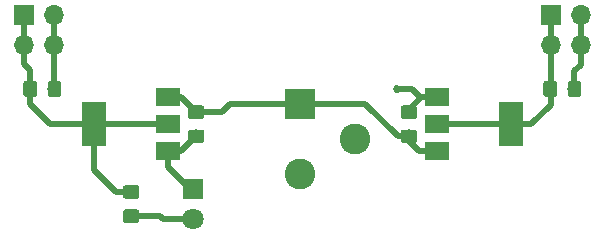
<source format=gbr>
G04 #@! TF.GenerationSoftware,KiCad,Pcbnew,(5.1.2)-2*
G04 #@! TF.CreationDate,2019-09-13T01:35:51-05:00*
G04 #@! TF.ProjectId,breadboard_power,62726561-6462-46f6-9172-645f706f7765,rev?*
G04 #@! TF.SameCoordinates,Original*
G04 #@! TF.FileFunction,Copper,L1,Top*
G04 #@! TF.FilePolarity,Positive*
%FSLAX46Y46*%
G04 Gerber Fmt 4.6, Leading zero omitted, Abs format (unit mm)*
G04 Created by KiCad (PCBNEW (5.1.2)-2) date 2019-09-13 01:35:51*
%MOMM*%
%LPD*%
G04 APERTURE LIST*
%ADD10C,0.100000*%
%ADD11C,1.150000*%
%ADD12R,1.800000X1.800000*%
%ADD13C,1.800000*%
%ADD14R,2.600000X2.600000*%
%ADD15C,2.600000*%
%ADD16O,1.700000X1.700000*%
%ADD17R,1.700000X1.700000*%
%ADD18R,2.000000X1.500000*%
%ADD19R,2.000000X3.800000*%
%ADD20C,0.685800*%
%ADD21C,0.508000*%
G04 APERTURE END LIST*
D10*
G36*
X44474505Y-33651204D02*
G01*
X44498773Y-33654804D01*
X44522572Y-33660765D01*
X44545671Y-33669030D01*
X44567850Y-33679520D01*
X44588893Y-33692132D01*
X44608599Y-33706747D01*
X44626777Y-33723223D01*
X44643253Y-33741401D01*
X44657868Y-33761107D01*
X44670480Y-33782150D01*
X44680970Y-33804329D01*
X44689235Y-33827428D01*
X44695196Y-33851227D01*
X44698796Y-33875495D01*
X44700000Y-33899999D01*
X44700000Y-34550001D01*
X44698796Y-34574505D01*
X44695196Y-34598773D01*
X44689235Y-34622572D01*
X44680970Y-34645671D01*
X44670480Y-34667850D01*
X44657868Y-34688893D01*
X44643253Y-34708599D01*
X44626777Y-34726777D01*
X44608599Y-34743253D01*
X44588893Y-34757868D01*
X44567850Y-34770480D01*
X44545671Y-34780970D01*
X44522572Y-34789235D01*
X44498773Y-34795196D01*
X44474505Y-34798796D01*
X44450001Y-34800000D01*
X43549999Y-34800000D01*
X43525495Y-34798796D01*
X43501227Y-34795196D01*
X43477428Y-34789235D01*
X43454329Y-34780970D01*
X43432150Y-34770480D01*
X43411107Y-34757868D01*
X43391401Y-34743253D01*
X43373223Y-34726777D01*
X43356747Y-34708599D01*
X43342132Y-34688893D01*
X43329520Y-34667850D01*
X43319030Y-34645671D01*
X43310765Y-34622572D01*
X43304804Y-34598773D01*
X43301204Y-34574505D01*
X43300000Y-34550001D01*
X43300000Y-33899999D01*
X43301204Y-33875495D01*
X43304804Y-33851227D01*
X43310765Y-33827428D01*
X43319030Y-33804329D01*
X43329520Y-33782150D01*
X43342132Y-33761107D01*
X43356747Y-33741401D01*
X43373223Y-33723223D01*
X43391401Y-33706747D01*
X43411107Y-33692132D01*
X43432150Y-33679520D01*
X43454329Y-33669030D01*
X43477428Y-33660765D01*
X43501227Y-33654804D01*
X43525495Y-33651204D01*
X43549999Y-33650000D01*
X44450001Y-33650000D01*
X44474505Y-33651204D01*
X44474505Y-33651204D01*
G37*
D11*
X44000000Y-34225000D03*
D10*
G36*
X44474505Y-35701204D02*
G01*
X44498773Y-35704804D01*
X44522572Y-35710765D01*
X44545671Y-35719030D01*
X44567850Y-35729520D01*
X44588893Y-35742132D01*
X44608599Y-35756747D01*
X44626777Y-35773223D01*
X44643253Y-35791401D01*
X44657868Y-35811107D01*
X44670480Y-35832150D01*
X44680970Y-35854329D01*
X44689235Y-35877428D01*
X44695196Y-35901227D01*
X44698796Y-35925495D01*
X44700000Y-35949999D01*
X44700000Y-36600001D01*
X44698796Y-36624505D01*
X44695196Y-36648773D01*
X44689235Y-36672572D01*
X44680970Y-36695671D01*
X44670480Y-36717850D01*
X44657868Y-36738893D01*
X44643253Y-36758599D01*
X44626777Y-36776777D01*
X44608599Y-36793253D01*
X44588893Y-36807868D01*
X44567850Y-36820480D01*
X44545671Y-36830970D01*
X44522572Y-36839235D01*
X44498773Y-36845196D01*
X44474505Y-36848796D01*
X44450001Y-36850000D01*
X43549999Y-36850000D01*
X43525495Y-36848796D01*
X43501227Y-36845196D01*
X43477428Y-36839235D01*
X43454329Y-36830970D01*
X43432150Y-36820480D01*
X43411107Y-36807868D01*
X43391401Y-36793253D01*
X43373223Y-36776777D01*
X43356747Y-36758599D01*
X43342132Y-36738893D01*
X43329520Y-36717850D01*
X43319030Y-36695671D01*
X43310765Y-36672572D01*
X43304804Y-36648773D01*
X43301204Y-36624505D01*
X43300000Y-36600001D01*
X43300000Y-35949999D01*
X43301204Y-35925495D01*
X43304804Y-35901227D01*
X43310765Y-35877428D01*
X43319030Y-35854329D01*
X43329520Y-35832150D01*
X43342132Y-35811107D01*
X43356747Y-35791401D01*
X43373223Y-35773223D01*
X43391401Y-35756747D01*
X43411107Y-35742132D01*
X43432150Y-35729520D01*
X43454329Y-35719030D01*
X43477428Y-35710765D01*
X43501227Y-35704804D01*
X43525495Y-35701204D01*
X43549999Y-35700000D01*
X44450001Y-35700000D01*
X44474505Y-35701204D01*
X44474505Y-35701204D01*
G37*
D11*
X44000000Y-36275000D03*
D10*
G36*
X62474505Y-35701204D02*
G01*
X62498773Y-35704804D01*
X62522572Y-35710765D01*
X62545671Y-35719030D01*
X62567850Y-35729520D01*
X62588893Y-35742132D01*
X62608599Y-35756747D01*
X62626777Y-35773223D01*
X62643253Y-35791401D01*
X62657868Y-35811107D01*
X62670480Y-35832150D01*
X62680970Y-35854329D01*
X62689235Y-35877428D01*
X62695196Y-35901227D01*
X62698796Y-35925495D01*
X62700000Y-35949999D01*
X62700000Y-36600001D01*
X62698796Y-36624505D01*
X62695196Y-36648773D01*
X62689235Y-36672572D01*
X62680970Y-36695671D01*
X62670480Y-36717850D01*
X62657868Y-36738893D01*
X62643253Y-36758599D01*
X62626777Y-36776777D01*
X62608599Y-36793253D01*
X62588893Y-36807868D01*
X62567850Y-36820480D01*
X62545671Y-36830970D01*
X62522572Y-36839235D01*
X62498773Y-36845196D01*
X62474505Y-36848796D01*
X62450001Y-36850000D01*
X61549999Y-36850000D01*
X61525495Y-36848796D01*
X61501227Y-36845196D01*
X61477428Y-36839235D01*
X61454329Y-36830970D01*
X61432150Y-36820480D01*
X61411107Y-36807868D01*
X61391401Y-36793253D01*
X61373223Y-36776777D01*
X61356747Y-36758599D01*
X61342132Y-36738893D01*
X61329520Y-36717850D01*
X61319030Y-36695671D01*
X61310765Y-36672572D01*
X61304804Y-36648773D01*
X61301204Y-36624505D01*
X61300000Y-36600001D01*
X61300000Y-35949999D01*
X61301204Y-35925495D01*
X61304804Y-35901227D01*
X61310765Y-35877428D01*
X61319030Y-35854329D01*
X61329520Y-35832150D01*
X61342132Y-35811107D01*
X61356747Y-35791401D01*
X61373223Y-35773223D01*
X61391401Y-35756747D01*
X61411107Y-35742132D01*
X61432150Y-35729520D01*
X61454329Y-35719030D01*
X61477428Y-35710765D01*
X61501227Y-35704804D01*
X61525495Y-35701204D01*
X61549999Y-35700000D01*
X62450001Y-35700000D01*
X62474505Y-35701204D01*
X62474505Y-35701204D01*
G37*
D11*
X62000000Y-36275000D03*
D10*
G36*
X62474505Y-33651204D02*
G01*
X62498773Y-33654804D01*
X62522572Y-33660765D01*
X62545671Y-33669030D01*
X62567850Y-33679520D01*
X62588893Y-33692132D01*
X62608599Y-33706747D01*
X62626777Y-33723223D01*
X62643253Y-33741401D01*
X62657868Y-33761107D01*
X62670480Y-33782150D01*
X62680970Y-33804329D01*
X62689235Y-33827428D01*
X62695196Y-33851227D01*
X62698796Y-33875495D01*
X62700000Y-33899999D01*
X62700000Y-34550001D01*
X62698796Y-34574505D01*
X62695196Y-34598773D01*
X62689235Y-34622572D01*
X62680970Y-34645671D01*
X62670480Y-34667850D01*
X62657868Y-34688893D01*
X62643253Y-34708599D01*
X62626777Y-34726777D01*
X62608599Y-34743253D01*
X62588893Y-34757868D01*
X62567850Y-34770480D01*
X62545671Y-34780970D01*
X62522572Y-34789235D01*
X62498773Y-34795196D01*
X62474505Y-34798796D01*
X62450001Y-34800000D01*
X61549999Y-34800000D01*
X61525495Y-34798796D01*
X61501227Y-34795196D01*
X61477428Y-34789235D01*
X61454329Y-34780970D01*
X61432150Y-34770480D01*
X61411107Y-34757868D01*
X61391401Y-34743253D01*
X61373223Y-34726777D01*
X61356747Y-34708599D01*
X61342132Y-34688893D01*
X61329520Y-34667850D01*
X61319030Y-34645671D01*
X61310765Y-34622572D01*
X61304804Y-34598773D01*
X61301204Y-34574505D01*
X61300000Y-34550001D01*
X61300000Y-33899999D01*
X61301204Y-33875495D01*
X61304804Y-33851227D01*
X61310765Y-33827428D01*
X61319030Y-33804329D01*
X61329520Y-33782150D01*
X61342132Y-33761107D01*
X61356747Y-33741401D01*
X61373223Y-33723223D01*
X61391401Y-33706747D01*
X61411107Y-33692132D01*
X61432150Y-33679520D01*
X61454329Y-33669030D01*
X61477428Y-33660765D01*
X61501227Y-33654804D01*
X61525495Y-33651204D01*
X61549999Y-33650000D01*
X62450001Y-33650000D01*
X62474505Y-33651204D01*
X62474505Y-33651204D01*
G37*
D11*
X62000000Y-34225000D03*
D10*
G36*
X76374505Y-31551204D02*
G01*
X76398773Y-31554804D01*
X76422572Y-31560765D01*
X76445671Y-31569030D01*
X76467850Y-31579520D01*
X76488893Y-31592132D01*
X76508599Y-31606747D01*
X76526777Y-31623223D01*
X76543253Y-31641401D01*
X76557868Y-31661107D01*
X76570480Y-31682150D01*
X76580970Y-31704329D01*
X76589235Y-31727428D01*
X76595196Y-31751227D01*
X76598796Y-31775495D01*
X76600000Y-31799999D01*
X76600000Y-32700001D01*
X76598796Y-32724505D01*
X76595196Y-32748773D01*
X76589235Y-32772572D01*
X76580970Y-32795671D01*
X76570480Y-32817850D01*
X76557868Y-32838893D01*
X76543253Y-32858599D01*
X76526777Y-32876777D01*
X76508599Y-32893253D01*
X76488893Y-32907868D01*
X76467850Y-32920480D01*
X76445671Y-32930970D01*
X76422572Y-32939235D01*
X76398773Y-32945196D01*
X76374505Y-32948796D01*
X76350001Y-32950000D01*
X75699999Y-32950000D01*
X75675495Y-32948796D01*
X75651227Y-32945196D01*
X75627428Y-32939235D01*
X75604329Y-32930970D01*
X75582150Y-32920480D01*
X75561107Y-32907868D01*
X75541401Y-32893253D01*
X75523223Y-32876777D01*
X75506747Y-32858599D01*
X75492132Y-32838893D01*
X75479520Y-32817850D01*
X75469030Y-32795671D01*
X75460765Y-32772572D01*
X75454804Y-32748773D01*
X75451204Y-32724505D01*
X75450000Y-32700001D01*
X75450000Y-31799999D01*
X75451204Y-31775495D01*
X75454804Y-31751227D01*
X75460765Y-31727428D01*
X75469030Y-31704329D01*
X75479520Y-31682150D01*
X75492132Y-31661107D01*
X75506747Y-31641401D01*
X75523223Y-31623223D01*
X75541401Y-31606747D01*
X75561107Y-31592132D01*
X75582150Y-31579520D01*
X75604329Y-31569030D01*
X75627428Y-31560765D01*
X75651227Y-31554804D01*
X75675495Y-31551204D01*
X75699999Y-31550000D01*
X76350001Y-31550000D01*
X76374505Y-31551204D01*
X76374505Y-31551204D01*
G37*
D11*
X76025000Y-32250000D03*
D10*
G36*
X74324505Y-31551204D02*
G01*
X74348773Y-31554804D01*
X74372572Y-31560765D01*
X74395671Y-31569030D01*
X74417850Y-31579520D01*
X74438893Y-31592132D01*
X74458599Y-31606747D01*
X74476777Y-31623223D01*
X74493253Y-31641401D01*
X74507868Y-31661107D01*
X74520480Y-31682150D01*
X74530970Y-31704329D01*
X74539235Y-31727428D01*
X74545196Y-31751227D01*
X74548796Y-31775495D01*
X74550000Y-31799999D01*
X74550000Y-32700001D01*
X74548796Y-32724505D01*
X74545196Y-32748773D01*
X74539235Y-32772572D01*
X74530970Y-32795671D01*
X74520480Y-32817850D01*
X74507868Y-32838893D01*
X74493253Y-32858599D01*
X74476777Y-32876777D01*
X74458599Y-32893253D01*
X74438893Y-32907868D01*
X74417850Y-32920480D01*
X74395671Y-32930970D01*
X74372572Y-32939235D01*
X74348773Y-32945196D01*
X74324505Y-32948796D01*
X74300001Y-32950000D01*
X73649999Y-32950000D01*
X73625495Y-32948796D01*
X73601227Y-32945196D01*
X73577428Y-32939235D01*
X73554329Y-32930970D01*
X73532150Y-32920480D01*
X73511107Y-32907868D01*
X73491401Y-32893253D01*
X73473223Y-32876777D01*
X73456747Y-32858599D01*
X73442132Y-32838893D01*
X73429520Y-32817850D01*
X73419030Y-32795671D01*
X73410765Y-32772572D01*
X73404804Y-32748773D01*
X73401204Y-32724505D01*
X73400000Y-32700001D01*
X73400000Y-31799999D01*
X73401204Y-31775495D01*
X73404804Y-31751227D01*
X73410765Y-31727428D01*
X73419030Y-31704329D01*
X73429520Y-31682150D01*
X73442132Y-31661107D01*
X73456747Y-31641401D01*
X73473223Y-31623223D01*
X73491401Y-31606747D01*
X73511107Y-31592132D01*
X73532150Y-31579520D01*
X73554329Y-31569030D01*
X73577428Y-31560765D01*
X73601227Y-31554804D01*
X73625495Y-31551204D01*
X73649999Y-31550000D01*
X74300001Y-31550000D01*
X74324505Y-31551204D01*
X74324505Y-31551204D01*
G37*
D11*
X73975000Y-32250000D03*
D10*
G36*
X32349505Y-31551204D02*
G01*
X32373773Y-31554804D01*
X32397572Y-31560765D01*
X32420671Y-31569030D01*
X32442850Y-31579520D01*
X32463893Y-31592132D01*
X32483599Y-31606747D01*
X32501777Y-31623223D01*
X32518253Y-31641401D01*
X32532868Y-31661107D01*
X32545480Y-31682150D01*
X32555970Y-31704329D01*
X32564235Y-31727428D01*
X32570196Y-31751227D01*
X32573796Y-31775495D01*
X32575000Y-31799999D01*
X32575000Y-32700001D01*
X32573796Y-32724505D01*
X32570196Y-32748773D01*
X32564235Y-32772572D01*
X32555970Y-32795671D01*
X32545480Y-32817850D01*
X32532868Y-32838893D01*
X32518253Y-32858599D01*
X32501777Y-32876777D01*
X32483599Y-32893253D01*
X32463893Y-32907868D01*
X32442850Y-32920480D01*
X32420671Y-32930970D01*
X32397572Y-32939235D01*
X32373773Y-32945196D01*
X32349505Y-32948796D01*
X32325001Y-32950000D01*
X31674999Y-32950000D01*
X31650495Y-32948796D01*
X31626227Y-32945196D01*
X31602428Y-32939235D01*
X31579329Y-32930970D01*
X31557150Y-32920480D01*
X31536107Y-32907868D01*
X31516401Y-32893253D01*
X31498223Y-32876777D01*
X31481747Y-32858599D01*
X31467132Y-32838893D01*
X31454520Y-32817850D01*
X31444030Y-32795671D01*
X31435765Y-32772572D01*
X31429804Y-32748773D01*
X31426204Y-32724505D01*
X31425000Y-32700001D01*
X31425000Y-31799999D01*
X31426204Y-31775495D01*
X31429804Y-31751227D01*
X31435765Y-31727428D01*
X31444030Y-31704329D01*
X31454520Y-31682150D01*
X31467132Y-31661107D01*
X31481747Y-31641401D01*
X31498223Y-31623223D01*
X31516401Y-31606747D01*
X31536107Y-31592132D01*
X31557150Y-31579520D01*
X31579329Y-31569030D01*
X31602428Y-31560765D01*
X31626227Y-31554804D01*
X31650495Y-31551204D01*
X31674999Y-31550000D01*
X32325001Y-31550000D01*
X32349505Y-31551204D01*
X32349505Y-31551204D01*
G37*
D11*
X32000000Y-32250000D03*
D10*
G36*
X30299505Y-31551204D02*
G01*
X30323773Y-31554804D01*
X30347572Y-31560765D01*
X30370671Y-31569030D01*
X30392850Y-31579520D01*
X30413893Y-31592132D01*
X30433599Y-31606747D01*
X30451777Y-31623223D01*
X30468253Y-31641401D01*
X30482868Y-31661107D01*
X30495480Y-31682150D01*
X30505970Y-31704329D01*
X30514235Y-31727428D01*
X30520196Y-31751227D01*
X30523796Y-31775495D01*
X30525000Y-31799999D01*
X30525000Y-32700001D01*
X30523796Y-32724505D01*
X30520196Y-32748773D01*
X30514235Y-32772572D01*
X30505970Y-32795671D01*
X30495480Y-32817850D01*
X30482868Y-32838893D01*
X30468253Y-32858599D01*
X30451777Y-32876777D01*
X30433599Y-32893253D01*
X30413893Y-32907868D01*
X30392850Y-32920480D01*
X30370671Y-32930970D01*
X30347572Y-32939235D01*
X30323773Y-32945196D01*
X30299505Y-32948796D01*
X30275001Y-32950000D01*
X29624999Y-32950000D01*
X29600495Y-32948796D01*
X29576227Y-32945196D01*
X29552428Y-32939235D01*
X29529329Y-32930970D01*
X29507150Y-32920480D01*
X29486107Y-32907868D01*
X29466401Y-32893253D01*
X29448223Y-32876777D01*
X29431747Y-32858599D01*
X29417132Y-32838893D01*
X29404520Y-32817850D01*
X29394030Y-32795671D01*
X29385765Y-32772572D01*
X29379804Y-32748773D01*
X29376204Y-32724505D01*
X29375000Y-32700001D01*
X29375000Y-31799999D01*
X29376204Y-31775495D01*
X29379804Y-31751227D01*
X29385765Y-31727428D01*
X29394030Y-31704329D01*
X29404520Y-31682150D01*
X29417132Y-31661107D01*
X29431747Y-31641401D01*
X29448223Y-31623223D01*
X29466401Y-31606747D01*
X29486107Y-31592132D01*
X29507150Y-31579520D01*
X29529329Y-31569030D01*
X29552428Y-31560765D01*
X29576227Y-31554804D01*
X29600495Y-31551204D01*
X29624999Y-31550000D01*
X30275001Y-31550000D01*
X30299505Y-31551204D01*
X30299505Y-31551204D01*
G37*
D11*
X29950000Y-32250000D03*
D12*
X43750000Y-40710000D03*
D13*
X43750000Y-43250000D03*
D14*
X52750000Y-33500000D03*
D15*
X52750000Y-39500000D03*
X57450000Y-36500000D03*
D16*
X32000000Y-28540000D03*
X32000000Y-26000000D03*
X29460000Y-28540000D03*
D17*
X29460000Y-26000000D03*
X74000000Y-26000000D03*
D16*
X74000000Y-28540000D03*
X76540000Y-26000000D03*
X76540000Y-28540000D03*
D10*
G36*
X38974505Y-40401204D02*
G01*
X38998773Y-40404804D01*
X39022572Y-40410765D01*
X39045671Y-40419030D01*
X39067850Y-40429520D01*
X39088893Y-40442132D01*
X39108599Y-40456747D01*
X39126777Y-40473223D01*
X39143253Y-40491401D01*
X39157868Y-40511107D01*
X39170480Y-40532150D01*
X39180970Y-40554329D01*
X39189235Y-40577428D01*
X39195196Y-40601227D01*
X39198796Y-40625495D01*
X39200000Y-40649999D01*
X39200000Y-41300001D01*
X39198796Y-41324505D01*
X39195196Y-41348773D01*
X39189235Y-41372572D01*
X39180970Y-41395671D01*
X39170480Y-41417850D01*
X39157868Y-41438893D01*
X39143253Y-41458599D01*
X39126777Y-41476777D01*
X39108599Y-41493253D01*
X39088893Y-41507868D01*
X39067850Y-41520480D01*
X39045671Y-41530970D01*
X39022572Y-41539235D01*
X38998773Y-41545196D01*
X38974505Y-41548796D01*
X38950001Y-41550000D01*
X38049999Y-41550000D01*
X38025495Y-41548796D01*
X38001227Y-41545196D01*
X37977428Y-41539235D01*
X37954329Y-41530970D01*
X37932150Y-41520480D01*
X37911107Y-41507868D01*
X37891401Y-41493253D01*
X37873223Y-41476777D01*
X37856747Y-41458599D01*
X37842132Y-41438893D01*
X37829520Y-41417850D01*
X37819030Y-41395671D01*
X37810765Y-41372572D01*
X37804804Y-41348773D01*
X37801204Y-41324505D01*
X37800000Y-41300001D01*
X37800000Y-40649999D01*
X37801204Y-40625495D01*
X37804804Y-40601227D01*
X37810765Y-40577428D01*
X37819030Y-40554329D01*
X37829520Y-40532150D01*
X37842132Y-40511107D01*
X37856747Y-40491401D01*
X37873223Y-40473223D01*
X37891401Y-40456747D01*
X37911107Y-40442132D01*
X37932150Y-40429520D01*
X37954329Y-40419030D01*
X37977428Y-40410765D01*
X38001227Y-40404804D01*
X38025495Y-40401204D01*
X38049999Y-40400000D01*
X38950001Y-40400000D01*
X38974505Y-40401204D01*
X38974505Y-40401204D01*
G37*
D11*
X38500000Y-40975000D03*
D10*
G36*
X38974505Y-42451204D02*
G01*
X38998773Y-42454804D01*
X39022572Y-42460765D01*
X39045671Y-42469030D01*
X39067850Y-42479520D01*
X39088893Y-42492132D01*
X39108599Y-42506747D01*
X39126777Y-42523223D01*
X39143253Y-42541401D01*
X39157868Y-42561107D01*
X39170480Y-42582150D01*
X39180970Y-42604329D01*
X39189235Y-42627428D01*
X39195196Y-42651227D01*
X39198796Y-42675495D01*
X39200000Y-42699999D01*
X39200000Y-43350001D01*
X39198796Y-43374505D01*
X39195196Y-43398773D01*
X39189235Y-43422572D01*
X39180970Y-43445671D01*
X39170480Y-43467850D01*
X39157868Y-43488893D01*
X39143253Y-43508599D01*
X39126777Y-43526777D01*
X39108599Y-43543253D01*
X39088893Y-43557868D01*
X39067850Y-43570480D01*
X39045671Y-43580970D01*
X39022572Y-43589235D01*
X38998773Y-43595196D01*
X38974505Y-43598796D01*
X38950001Y-43600000D01*
X38049999Y-43600000D01*
X38025495Y-43598796D01*
X38001227Y-43595196D01*
X37977428Y-43589235D01*
X37954329Y-43580970D01*
X37932150Y-43570480D01*
X37911107Y-43557868D01*
X37891401Y-43543253D01*
X37873223Y-43526777D01*
X37856747Y-43508599D01*
X37842132Y-43488893D01*
X37829520Y-43467850D01*
X37819030Y-43445671D01*
X37810765Y-43422572D01*
X37804804Y-43398773D01*
X37801204Y-43374505D01*
X37800000Y-43350001D01*
X37800000Y-42699999D01*
X37801204Y-42675495D01*
X37804804Y-42651227D01*
X37810765Y-42627428D01*
X37819030Y-42604329D01*
X37829520Y-42582150D01*
X37842132Y-42561107D01*
X37856747Y-42541401D01*
X37873223Y-42523223D01*
X37891401Y-42506747D01*
X37911107Y-42492132D01*
X37932150Y-42479520D01*
X37954329Y-42469030D01*
X37977428Y-42460765D01*
X38001227Y-42454804D01*
X38025495Y-42451204D01*
X38049999Y-42450000D01*
X38950001Y-42450000D01*
X38974505Y-42451204D01*
X38974505Y-42451204D01*
G37*
D11*
X38500000Y-43025000D03*
D18*
X41650000Y-37550000D03*
X41650000Y-32950000D03*
X41650000Y-35250000D03*
D19*
X35350000Y-35250000D03*
X70650000Y-35250000D03*
D18*
X64350000Y-35250000D03*
X64350000Y-37550000D03*
X64350000Y-32950000D03*
D20*
X61000000Y-32250000D03*
D21*
X76540000Y-26000000D02*
X76540000Y-28540000D01*
X76016041Y-32008959D02*
X75775000Y-32250000D01*
X76016041Y-30749999D02*
X76016041Y-32008959D01*
X76540000Y-28540000D02*
X76540000Y-30226040D01*
X76540000Y-30226040D02*
X76016041Y-30749999D01*
X32000000Y-26000000D02*
X32000000Y-28540000D01*
X32000000Y-32250000D02*
X32000000Y-28540000D01*
X42725000Y-37550000D02*
X41650000Y-37550000D01*
X44000000Y-36275000D02*
X42725000Y-37550000D01*
X63050000Y-32950000D02*
X64350000Y-32950000D01*
X62000000Y-34225000D02*
X62000000Y-34000000D01*
X62000000Y-34000000D02*
X63050000Y-32950000D01*
X43510000Y-40710000D02*
X43750000Y-40710000D01*
X41650000Y-37550000D02*
X41650000Y-38850000D01*
X41650000Y-38850000D02*
X43510000Y-40710000D01*
X62250000Y-32250000D02*
X61000000Y-32250000D01*
X64350000Y-32950000D02*
X62950000Y-32950000D01*
X62950000Y-32950000D02*
X62250000Y-32250000D01*
X74000000Y-26000000D02*
X74000000Y-28540000D01*
X69142000Y-35250000D02*
X64350000Y-35250000D01*
X70650000Y-35250000D02*
X69142000Y-35250000D01*
X74000000Y-32225000D02*
X73975000Y-32250000D01*
X74000000Y-28540000D02*
X74000000Y-32225000D01*
X72350000Y-35250000D02*
X70650000Y-35250000D01*
X74000000Y-33600000D02*
X72350000Y-35250000D01*
X73975000Y-32250000D02*
X74000000Y-32275000D01*
X74000000Y-32275000D02*
X74000000Y-33600000D01*
X29460000Y-28540000D02*
X29460000Y-26000000D01*
X41650000Y-35250000D02*
X35350000Y-35250000D01*
X29460000Y-30170000D02*
X29460000Y-28540000D01*
X29950000Y-32250000D02*
X29950000Y-30660000D01*
X29950000Y-30660000D02*
X29460000Y-30170000D01*
X33842000Y-35250000D02*
X35350000Y-35250000D01*
X31650000Y-35250000D02*
X33842000Y-35250000D01*
X29950000Y-32250000D02*
X29950000Y-33550000D01*
X29950000Y-33550000D02*
X31650000Y-35250000D01*
X37175000Y-40975000D02*
X38500000Y-40975000D01*
X35350000Y-35250000D02*
X35350000Y-39150000D01*
X35350000Y-39150000D02*
X37175000Y-40975000D01*
X42750000Y-32950000D02*
X41650000Y-32950000D01*
X44000000Y-34225000D02*
X44000000Y-34200000D01*
X44000000Y-34200000D02*
X42750000Y-32950000D01*
X46175000Y-34225000D02*
X44000000Y-34225000D01*
X52750000Y-33500000D02*
X46900000Y-33500000D01*
X46900000Y-33500000D02*
X46175000Y-34225000D01*
X58300000Y-33500000D02*
X52750000Y-33500000D01*
X62000000Y-36275000D02*
X61075000Y-36275000D01*
X61075000Y-36275000D02*
X58300000Y-33500000D01*
X62000000Y-36700000D02*
X62000000Y-36275000D01*
X64350000Y-37550000D02*
X62850000Y-37550000D01*
X62850000Y-37550000D02*
X62000000Y-36700000D01*
X41150000Y-43250000D02*
X43750000Y-43250000D01*
X38500000Y-43025000D02*
X40925000Y-43025000D01*
X40925000Y-43025000D02*
X41150000Y-43250000D01*
M02*

</source>
